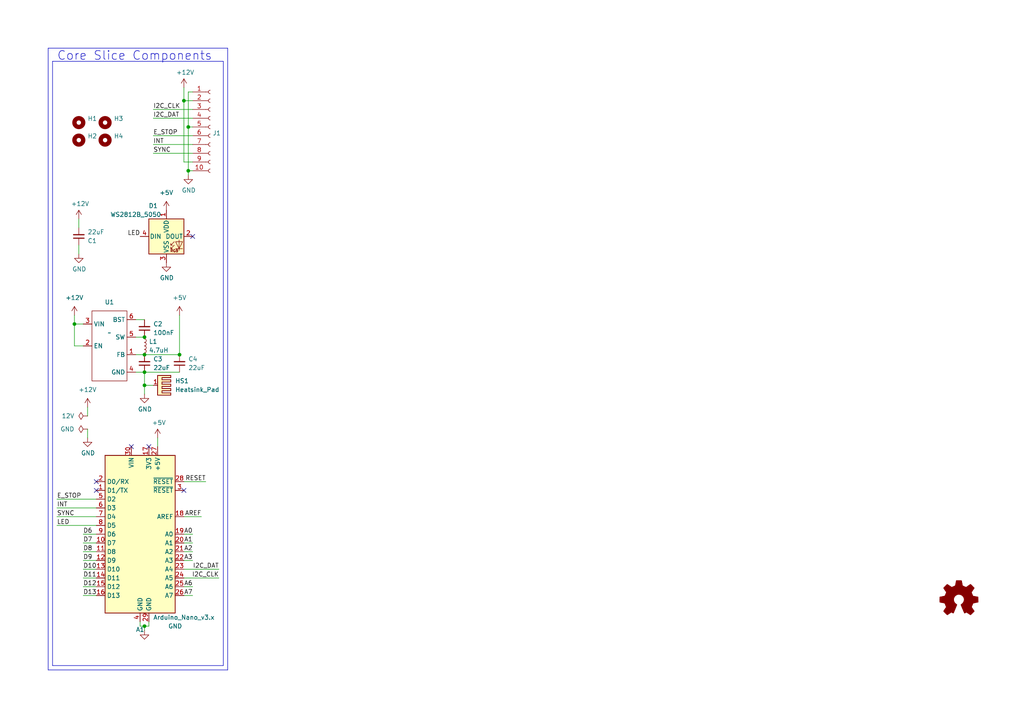
<source format=kicad_sch>
(kicad_sch (version 20231120) (generator "eeschema") (generator_version "8.0")
  (paper "A4")
  (lib_symbols
    (symbol "Connector:Conn_01x10_Female" (pin_names (offset 1.016) hide)
      (property "Reference" "J" (at 0 12.7 0))
      (property "Value" "Conn_01x10_Female" (at 0 -15.24 0))
      (symbol "Conn_01x10_Female_1_1"
        (arc (start 0 -12.192) (mid -0.5058 -12.7) (end 0 -13.208) (stroke (width 0.1524)))
        (arc (start 0 -9.652) (mid -0.5058 -10.16) (end 0 -10.668) (stroke (width 0.1524)))
        (arc (start 0 -7.112) (mid -0.5058 -7.62) (end 0 -8.128) (stroke (width 0.1524)))
        (arc (start 0 -4.572) (mid -0.5058 -5.08) (end 0 -5.588) (stroke (width 0.1524)))
        (arc (start 0 -2.032) (mid -0.5058 -2.54) (end 0 -3.048) (stroke (width 0.1524)))
        (polyline (pts (xy -1.27 -12.7) (xy -0.508 -12.7)) (stroke (width 0.1524)))
        (polyline (pts (xy -1.27 -10.16) (xy -0.508 -10.16)) (stroke (width 0.1524)))
        (polyline (pts (xy -1.27 -7.62) (xy -0.508 -7.62)) (stroke (width 0.1524)))
        (polyline (pts (xy -1.27 -5.08) (xy -0.508 -5.08)) (stroke (width 0.1524)))
        (polyline (pts (xy -1.27 -2.54) (xy -0.508 -2.54)) (stroke (width 0.1524)))
        (polyline (pts (xy -1.27 0) (xy -0.508 0)) (stroke (width 0.1524)))
        (polyline (pts (xy -1.27 2.54) (xy -0.508 2.54)) (stroke (width 0.1524)))
        (polyline (pts (xy -1.27 5.08) (xy -0.508 5.08)) (stroke (width 0.1524)))
        (polyline (pts (xy -1.27 7.62) (xy -0.508 7.62)) (stroke (width 0.1524)))
        (polyline (pts (xy -1.27 10.16) (xy -0.508 10.16)) (stroke (width 0.1524)))
        (arc (start 0 0.508) (mid -0.5058 0) (end 0 -0.508) (stroke (width 0.1524)))
        (arc (start 0 3.048) (mid -0.5058 2.54) (end 0 2.032) (stroke (width 0.1524)))
        (arc (start 0 5.588) (mid -0.5058 5.08) (end 0 4.572) (stroke (width 0.1524)))
        (arc (start 0 8.128) (mid -0.5058 7.62) (end 0 7.112) (stroke (width 0.1524)))
        (arc (start 0 10.668) (mid -0.5058 10.16) (end 0 9.652) (stroke (width 0.1524)))
        (pin passive line (at -5.08 10.16 0) (length 3.81) (name "Pin_1") (number "1"))
        (pin passive line (at -5.08 -12.7 0) (length 3.81) (name "Pin_10") (number "10"))
        (pin passive line (at -5.08 7.62 0) (length 3.81) (name "Pin_2") (number "2"))
        (pin passive line (at -5.08 5.08 0) (length 3.81) (name "Pin_3") (number "3"))
        (pin passive line (at -5.08 2.54 0) (length 3.81) (name "Pin_4") (number "4"))
        (pin passive line (at -5.08 0 0) (length 3.81) (name "Pin_5") (number "5"))
        (pin passive line (at -5.08 -2.54 0) (length 3.81) (name "Pin_6") (number "6"))
        (pin passive line (at -5.08 -5.08 0) (length 3.81) (name "Pin_7") (number "7"))
        (pin passive line (at -5.08 -7.62 0) (length 3.81) (name "Pin_8") (number "8"))
        (pin passive line (at -5.08 -10.16 0) (length 3.81) (name "Pin_9") (number "9"))
      )
    )
    (symbol "Device:C_Small" (pin_numbers hide) (pin_names (offset 0.254) hide)
      (property "Reference" "C" (at 0.254 1.778 0))
      (property "Value" "C_Small" (at 0.254 -2.032 0))
      (symbol "C_Small_0_1"
        (polyline (pts (xy -1.524 -0.508) (xy 1.524 -0.508)) (stroke (width 0.3302)))
        (polyline (pts (xy -1.524 0.508) (xy 1.524 0.508)) (stroke (width 0.3048)))
      )
      (symbol "C_Small_1_1"
        (pin passive line (at 0 2.54 270) (length 2.032) (name "~") (number "1"))
        (pin passive line (at 0 -2.54 90) (length 2.032) (name "~") (number "2"))
      )
    )
    (symbol "Device:L_Small" (pin_numbers hide) (pin_names (offset 0.254) hide)
      (property "Reference" "L" (at 0.762 1.016 0))
      (property "Value" "L_Small" (at 0.762 -1.016 0))
      (symbol "L_Small_0_1"
        (arc (start 0 -2.032) (mid 0.5058 -1.524) (end 0 -1.016))
        (arc (start 0 -1.016) (mid 0.5058 -0.508) (end 0 0))
        (arc (start 0 0) (mid 0.5058 0.508) (end 0 1.016))
        (arc (start 0 1.016) (mid 0.5058 1.524) (end 0 2.032))
      )
      (symbol "L_Small_1_1"
        (pin passive line (at 0 2.54 270) (length 0.508) (name "~") (number "1"))
        (pin passive line (at 0 -2.54 90) (length 0.508) (name "~") (number "2"))
      )
    )
    (symbol "Graphic:Logo_Open_Hardware_Small" (in_bom no) (on_board no)
      (symbol "Logo_Open_Hardware_Small_0_1"
        (polyline (pts (xy 3.3528 -4.3434) (xy 3.302 -4.318) (xy 3.175 -4.2418) (xy 2.9972 -4.1148) (xy 2.7686 -3.9624) (xy 2.54 -3.81) (xy 2.3622 -3.7084) (xy 2.2352 -3.6068) (xy 2.1844 -3.5814) (xy 2.159 -3.6068) (xy 2.0574 -3.6576) (xy 1.905 -3.7338) (xy 1.8034 -3.7846) (xy 1.6764 -3.8354) (xy 1.6002 -3.8354) (xy 1.6002 -3.8354) (xy 1.5494 -3.7338) (xy 1.4732 -3.5306) (xy 1.3462 -3.302) (xy 1.2446 -3.0226) (xy 1.1176 -2.7178) (xy 0.9652 -2.413) (xy 0.8636 -2.1082) (xy 0.7366 -1.8288) (xy 0.6604 -1.6256) (xy 0.6096 -1.4732) (xy 0.5842 -1.397) (xy 0.5842 -1.397) (xy 0.6604 -1.3208) (xy 0.7874 -1.2446) (xy 1.0414 -1.016) (xy 1.2954 -0.6858) (xy 1.4478 -0.3302) (xy 1.524 0.0762) (xy 1.4732 0.4572) (xy 1.3208 0.8128) (xy 1.0668 1.143) (xy 0.762 1.3716) (xy 0.4064 1.524) (xy 0 1.5748) (xy -0.381 1.5494) (xy -0.7366 1.397) (xy -1.0668 1.143) (xy -1.2192 0.9906) (xy -1.397 0.6604) (xy -1.524 0.3048) (xy -1.524 0.2286) (xy -1.4986 -0.1778) (xy -1.397 -0.5334) (xy -1.1938 -0.8636) (xy -0.9144 -1.143) (xy -0.8636 -1.1684) (xy -0.7366 -1.27) (xy -0.635 -1.3462) (xy -0.5842 -1.397) (xy -1.0668 -2.5908) (xy -1.143 -2.794) (xy -1.2954 -3.1242) (xy -1.397 -3.4036) (xy -1.4986 -3.6322) (xy -1.5748 -3.7846) (xy -1.6002 -3.8354) (xy -1.6002 -3.8354) (xy -1.651 -3.8354) (xy -1.7272 -3.81) (xy -1.905 -3.7338) (xy -2.0066 -3.683) (xy -2.1336 -3.6068) (xy -2.2098 -3.5814) (xy -2.2606 -3.6068) (xy -2.3622 -3.683) (xy -2.54 -3.81) (xy -2.7686 -3.9624) (xy -2.9718 -4.0894) (xy -3.1496 -4.2164) (xy -3.302 -4.318) (xy -3.3528 -4.3434) (xy -3.3782 -4.3434) (xy -3.429 -4.318) (xy -3.5306 -4.2164) (xy -3.7084 -4.064) (xy -3.937 -3.8354) (xy -3.9624 -3.81) (xy -4.1656 -3.6068) (xy -4.318 -3.4544) (xy -4.4196 -3.3274) (xy -4.445 -3.2766) (xy -4.445 -3.2766) (xy -4.4196 -3.2258) (xy -4.318 -3.0734) (xy -4.2164 -2.8956) (xy -4.064 -2.667) (xy -3.6576 -2.0828) (xy -3.8862 -1.5494) (xy -3.937 -1.3716) (xy -4.0386 -1.1684) (xy -4.0894 -1.0414) (xy -4.1148 -0.9652) (xy -4.191 -0.9398) (xy -4.318 -0.9144) (xy -4.5466 -0.8636) (xy -4.8006 -0.8128) (xy -5.0546 -0.7874) (xy -5.2578 -0.7366) (xy -5.4356 -0.7112) (xy -5.5118 -0.6858) (xy -5.5118 -0.6858) (xy -5.5372 -0.635) (xy -5.5372 -0.5588) (xy -5.5372 -0.4318) (xy -5.5626 -0.2286) (xy -5.5626 0.0762) (xy -5.5626 0.127) (xy -5.5372 0.4064) (xy -5.5372 0.635) (xy -5.5372 0.762) (xy -5.5372 0.8382) (xy -5.5372 0.8382) (xy -5.461 0.8382) (xy -5.3086 0.889) (xy -5.08 0.9144) (xy -4.826 0.9652) (xy -4.8006 0.9906) (xy -4.5466 1.0414) (xy -4.318 1.0668) (xy -4.1656 1.1176) (xy -4.0894 1.143) (xy -4.0894 1.143) (xy -4.0386 1.2446) (xy -3.9624 1.4224) (xy -3.8608 1.6256) (xy -3.7846 1.8288) (xy -3.7084 2.0066) (xy -3.6576 2.159) (xy -3.6322 2.2098) (xy -3.6322 2.2098) (xy -3.683 2.286) (xy -3.7592 2.413) (xy -3.8862 2.5908) (xy -4.064 2.8194) (xy -4.064 2.8448) (xy -4.2164 3.0734) (xy -4.3434 3.2512) (xy -4.4196 3.3782) (xy -4.445 3.4544) (xy -4.445 3.4544) (xy -4.3942 3.5052) (xy -4.2926 3.6322) (xy -4.1148 3.81) (xy -3.937 4.0132) (xy -3.8608 4.064) (xy -3.6576 4.2926) (xy -3.5052 4.4196) (xy -3.4036 4.4958) (xy -3.3528 4.5212) (xy -3.3528 4.5212) (xy -3.302 4.4704) (xy -3.1496 4.3688) (xy -2.9718 4.2418) (xy -2.7432 4.0894) (xy -2.7178 4.0894) (xy -2.4892 3.937) (xy -2.3114 3.81) (xy -2.1844 3.7084) (xy -2.1336 3.683) (xy -2.1082 3.683) (xy -2.032 3.7084) (xy -1.8542 3.7592) (xy -1.6764 3.8354) (xy -1.4732 3.937) (xy -1.27 4.0132) (xy -1.143 4.064) (xy -1.0668 4.1148) (xy -1.0668 4.1148) (xy -1.0414 4.191) (xy -1.016 4.3434) (xy -0.9652 4.572) (xy -0.9144 4.8514) (xy -0.889 4.9022) (xy -0.8382 5.1562) (xy -0.8128 5.3848) (xy -0.7874 5.5372) (xy -0.762 5.588) (xy -0.7112 5.6134) (xy -0.5842 5.6134) (xy -0.4064 5.6134) (xy -0.1524 5.6134) (xy 0.0762 5.6134) (xy 0.3302 5.6134) (xy 0.5334 5.6134) (xy 0.6858 5.588) (xy 0.7366 5.588) (xy 0.7366 5.588) (xy 0.762 5.5118) (xy 0.8128 5.334) (xy 0.8382 5.1054) (xy 0.9144 4.826) (xy 0.9144 4.7752) (xy 0.9652 4.5212) (xy 1.016 4.2926) (xy 1.0414 4.1402) (xy 1.0668 4.0894) (xy 1.0668 4.0894) (xy 1.1938 4.0386) (xy 1.3716 3.9624) (xy 1.5748 3.8608) (xy 2.0828 3.6576) (xy 2.7178 4.0894) (xy 2.7686 4.1402) (xy 2.9972 4.2926) (xy 3.175 4.4196) (xy 3.302 4.4958) (xy 3.3782 4.5212) (xy 3.3782 4.5212) (xy 3.429 4.4704) (xy 3.556 4.3434) (xy 3.7338 4.191) (xy 3.9116 3.9878) (xy 4.064 3.8354) (xy 4.2418 3.6576) (xy 4.3434 3.556) (xy 4.4196 3.4798) (xy 4.4196 3.429) (xy 4.4196 3.4036) (xy 4.3942 3.3274) (xy 4.2926 3.2004) (xy 4.1656 2.9972) (xy 4.0132 2.794) (xy 3.8862 2.5908) (xy 3.7592 2.3876) (xy 3.6576 2.2352) (xy 3.6322 2.159) (xy 3.6322 2.1336) (xy 3.683 2.0066) (xy 3.7592 1.8288) (xy 3.8608 1.6002) (xy 4.064 1.1176) (xy 4.3942 1.0414) (xy 4.5974 1.016) (xy 4.8768 0.9652) (xy 5.1308 0.9144) (xy 5.5372 0.8382) (xy 5.5626 -0.6604) (xy 5.4864 -0.6858) (xy 5.4356 -0.6858) (xy 5.2832 -0.7366) (xy 5.0546 -0.762) (xy 4.8006 -0.8128) (xy 4.5974 -0.8636) (xy 4.3688 -0.9144) (xy 4.2164 -0.9398) (xy 4.1402 -0.9398) (xy 4.1148 -0.9652) (xy 4.064 -1.0668) (xy 3.9878 -1.2446) (xy 3.9116 -1.4478) (xy 3.81 -1.651) (xy 3.7338 -1.8542) (xy 3.683 -2.0066) (xy 3.6576 -2.0828) (xy 3.683 -2.1336) (xy 3.7846 -2.2606) (xy 3.8862 -2.4638) (xy 4.0386 -2.667) (xy 4.191 -2.8956) (xy 4.318 -3.0734) (xy 4.3942 -3.2004) (xy 4.445 -3.2766) (xy 4.4196 -3.3274) (xy 4.3434 -3.429) (xy 4.1656 -3.5814) (xy 3.937 -3.8354) (xy 3.8862 -3.8608) (xy 3.683 -4.064) (xy 3.5306 -4.2164) (xy 3.4036 -4.318) (xy 3.3528 -4.3434)) (fill (type outline)))
      )
    )
    (symbol "MCU_Module:Arduino_Nano_v3.x"
      (property "Reference" "A" (at -10.16 23.495 0))
      (property "Value" "Arduino_Nano_v3.x" (at 5.08 -24.13 0))
      (symbol "Arduino_Nano_v3.x_0_1"
        (rectangle (start -10.16 22.86) (end 10.16 -22.86) (stroke (width 0.254)) (fill (type background)))
      )
      (symbol "Arduino_Nano_v3.x_1_1"
        (pin bidirectional line (at -12.7 12.7 0) (length 2.54) (name "D1/TX") (number "1"))
        (pin bidirectional line (at -12.7 -2.54 0) (length 2.54) (name "D7") (number "10"))
        (pin bidirectional line (at -12.7 -5.08 0) (length 2.54) (name "D8") (number "11"))
        (pin bidirectional line (at -12.7 -7.62 0) (length 2.54) (name "D9") (number "12"))
        (pin bidirectional line (at -12.7 -10.16 0) (length 2.54) (name "D10") (number "13"))
        (pin bidirectional line (at -12.7 -12.7 0) (length 2.54) (name "D11") (number "14"))
        (pin bidirectional line (at -12.7 -15.24 0) (length 2.54) (name "D12") (number "15"))
        (pin bidirectional line (at -12.7 -17.78 0) (length 2.54) (name "D13") (number "16"))
        (pin power_out line (at 2.54 25.4 270) (length 2.54) (name "3V3") (number "17"))
        (pin input line (at 12.7 5.08 180) (length 2.54) (name "AREF") (number "18"))
        (pin bidirectional line (at 12.7 0 180) (length 2.54) (name "A0") (number "19"))
        (pin bidirectional line (at -12.7 15.24 0) (length 2.54) (name "D0/RX") (number "2"))
        (pin bidirectional line (at 12.7 -2.54 180) (length 2.54) (name "A1") (number "20"))
        (pin bidirectional line (at 12.7 -5.08 180) (length 2.54) (name "A2") (number "21"))
        (pin bidirectional line (at 12.7 -7.62 180) (length 2.54) (name "A3") (number "22"))
        (pin bidirectional line (at 12.7 -10.16 180) (length 2.54) (name "A4") (number "23"))
        (pin bidirectional line (at 12.7 -12.7 180) (length 2.54) (name "A5") (number "24"))
        (pin bidirectional line (at 12.7 -15.24 180) (length 2.54) (name "A6") (number "25"))
        (pin bidirectional line (at 12.7 -17.78 180) (length 2.54) (name "A7") (number "26"))
        (pin power_out line (at 5.08 25.4 270) (length 2.54) (name "+5V") (number "27"))
        (pin input line (at 12.7 15.24 180) (length 2.54) (name "~{RESET}") (number "28"))
        (pin power_in line (at 2.54 -25.4 90) (length 2.54) (name "GND") (number "29"))
        (pin input line (at 12.7 12.7 180) (length 2.54) (name "~{RESET}") (number "3"))
        (pin power_in line (at -2.54 25.4 270) (length 2.54) (name "VIN") (number "30"))
        (pin power_in line (at 0 -25.4 90) (length 2.54) (name "GND") (number "4"))
        (pin bidirectional line (at -12.7 10.16 0) (length 2.54) (name "D2") (number "5"))
        (pin bidirectional line (at -12.7 7.62 0) (length 2.54) (name "D3") (number "6"))
        (pin bidirectional line (at -12.7 5.08 0) (length 2.54) (name "D4") (number "7"))
        (pin bidirectional line (at -12.7 2.54 0) (length 2.54) (name "D5") (number "8"))
        (pin bidirectional line (at -12.7 0 0) (length 2.54) (name "D6") (number "9"))
      )
    )
    (symbol "Mechanical:Heatsink_Pad" (pin_names (offset 0))
      (property "Reference" "HS" (at 0 5.715 0))
      (property "Value" "Heatsink_Pad" (at 0 3.81 0))
      (symbol "Heatsink_Pad_0_1"
        (polyline (pts (xy -0.3302 0) (xy -0.9652 0) (xy -0.9652 2.54) (xy -1.6002 2.54) (xy -1.6002 0) (xy -2.2352 0) (xy -2.2352 2.54) (xy -2.8702 2.54) (xy -2.8702 -1.27) (xy -0.9652 -1.27)) (stroke (width 0.254)) (fill (type background)))
        (polyline (pts (xy -0.3302 0) (xy -0.3302 2.54) (xy 0.3048 2.54) (xy 0.3048 0) (xy 0.9398 0) (xy 0.9398 2.54) (xy 1.5748 2.54) (xy 1.5748 0) (xy 2.2098 0) (xy 2.2098 2.54) (xy 2.8448 2.54) (xy 2.8448 -1.27) (xy -0.9652 -1.27)) (stroke (width 0.254)) (fill (type background)))
      )
      (symbol "Heatsink_Pad_1_1"
        (pin passive line (at 0 -2.54 90) (length 1.27) (name "~") (number "1"))
      )
    )
    (symbol "Mechanical:MountingHole" (pin_names (offset 1.016))
      (property "Reference" "H" (at 0 5.08 0))
      (property "Value" "MountingHole" (at 0 3.175 0))
      (symbol "MountingHole_0_1"
        (circle (center 0 0) (radius 1.27) (stroke (width 1.27)))
      )
    )
    (symbol "SparkFun-DiscreteSemi:AP63205"
      (property "Reference" "U" (at 0 7.62 0))
      (symbol "AP63205_0_1"
        (rectangle (start -5.08 6.35) (end 5.08 -13.97))
      )
      (symbol "AP63205_1_1"
        (pin input line (at 7.62 -6.35 180) (length 2.54) (name "FB") (number "1"))
        (pin input line (at -7.62 -3.81 0) (length 2.54) (name "EN") (number "2"))
        (pin input line (at -7.62 2.54 0) (length 2.54) (name "VIN") (number "3"))
        (pin input line (at 7.62 -11.43 180) (length 2.54) (name "GND") (number "4"))
        (pin input line (at 7.62 -1.27 180) (length 2.54) (name "SW") (number "5"))
        (pin input line (at 7.62 3.81 180) (length 2.54) (name "BST") (number "6"))
      )
    )
    (symbol "SparkFun-LED:WS2812B_5050" (pin_names (offset 0.254))
      (property "Reference" "D" (at 5.08 5.715 0))
      (property "Value" "WS2812B_5050" (at 1.27 -5.715 0))
      (symbol "WS2812B_5050_0_0"
        (text "RGB" (at 2.286 -4.191 0) (effects (font (size 0.762 0.762))))
      )
      (symbol "WS2812B_5050_0_1"
        (polyline (pts (xy 1.27 -3.556) (xy 1.778 -3.556)))
        (polyline (pts (xy 1.27 -2.54) (xy 1.778 -2.54)))
        (polyline (pts (xy 4.699 -3.556) (xy 2.667 -3.556)))
        (polyline (pts (xy 2.286 -2.54) (xy 1.27 -3.556) (xy 1.27 -3.048)))
        (polyline (pts (xy 2.286 -1.524) (xy 1.27 -2.54) (xy 1.27 -2.032)))
        (polyline (pts (xy 3.683 -1.016) (xy 3.683 -3.556) (xy 3.683 -4.064)))
        (polyline (pts (xy 4.699 -1.524) (xy 2.667 -1.524) (xy 3.683 -3.556) (xy 4.699 -1.524)))
        (rectangle (start 5.08 5.08) (end -5.08 -5.08) (stroke (width 0.254)) (fill (type background)))
      )
      (symbol "WS2812B_5050_1_1"
        (pin power_in line (at 0 7.62 270) (length 2.54) (name "VDD") (number "1"))
        (pin output line (at 7.62 0 180) (length 2.54) (name "DOUT") (number "2"))
        (pin power_in line (at 0 -7.62 90) (length 2.54) (name "VSS") (number "3"))
        (pin input line (at -7.62 0 0) (length 2.54) (name "DIN") (number "4"))
      )
    )
    (symbol "power:+12V" (power) (pin_names (offset 0))
      (property "Value" "+12V" (at 0 3.556 0))
      (symbol "+12V_0_1"
        (polyline (pts (xy -0.762 1.27) (xy 0 2.54)))
        (polyline (pts (xy 0 0) (xy 0 2.54)))
        (polyline (pts (xy 0 2.54) (xy 0.762 1.27)))
      )
      (symbol "+12V_1_1"
        (pin power_in line (at 0 0 90) (length 0) hide (name "+12V") (number "1"))
      )
    )
    (symbol "power:+5V" (power) (pin_names (offset 0))
      (property "Value" "+5V" (at 0 3.556 0))
      (symbol "+5V_0_1"
        (polyline (pts (xy -0.762 1.27) (xy 0 2.54)))
        (polyline (pts (xy 0 0) (xy 0 2.54)))
        (polyline (pts (xy 0 2.54) (xy 0.762 1.27)))
      )
      (symbol "+5V_1_1"
        (pin power_in line (at 0 0 90) (length 0) hide (name "+5V") (number "1"))
      )
    )
    (symbol "power:GND" (power) (pin_names (offset 0))
      (property "Value" "GND" (at 0 -3.81 0))
      (symbol "GND_0_1"
        (polyline (pts (xy 0 0) (xy 0 -1.27) (xy 1.27 -1.27) (xy 0 -2.54) (xy -1.27 -1.27) (xy 0 -1.27)))
      )
      (symbol "GND_1_1"
        (pin power_in line (at 0 0 270) (length 0) hide (name "GND") (number "1"))
      )
    )
    (symbol "power:PWR_FLAG" (power) (pin_numbers hide) (pin_names (offset 0) hide)
      (property "Value" "PWR_FLAG" (at 0 3.81 0))
      (symbol "PWR_FLAG_0_0"
        (pin power_out line (at 0 0 90) (length 0) (name "~") (number "1"))
      )
      (symbol "PWR_FLAG_0_1"
        (polyline (pts (xy 0 0) (xy 0 1.27) (xy -1.016 1.905) (xy 0 2.54) (xy 1.016 1.905) (xy 0 1.27)))
      )
    )
  )
  (junction (at 54.61 49.53))
  (junction (at 41.91 107.95))
  (junction (at 41.91 111.76))
  (junction (at 41.91 102.87))
  (junction (at 53.34 29.21))
  (junction (at 41.91 181.61))
  (junction (at 54.61 36.83))
  (junction (at 52.07 102.87))
  (junction (at 41.91 97.79))
  (junction (at 21.59 93.98))
  (no_connect (at 27.94 142.24))
  (no_connect (at 27.94 139.7))
  (no_connect (at 38.1 129.54))
  (no_connect (at 43.18 129.54))
  (no_connect (at 53.34 142.24))
  (no_connect (at 55.88 68.58))
  (polyline (pts (xy 66.04 194.31) (xy 66.04 13.97)))
  (wire (pts (xy 43.18 181.61) (xy 43.18 180.34)))
  (polyline (pts (xy 66.04 13.97) (xy 13.97 13.97)))
  (wire (pts (xy 22.86 71.12) (xy 22.86 73.66)))
  (wire (pts (xy 41.91 181.61) (xy 43.18 181.61)))
  (wire (pts (xy 21.59 100.33) (xy 21.59 93.98)))
  (wire (pts (xy 44.45 41.91) (xy 55.88 41.91)))
  (wire (pts (xy 53.34 162.56) (xy 55.88 162.56)))
  (wire (pts (xy 44.45 31.75) (xy 55.88 31.75)))
  (polyline (pts (xy 13.97 13.97) (xy 13.97 194.31)))
  (wire (pts (xy 53.34 29.21) (xy 55.88 29.21)))
  (wire (pts (xy 53.34 170.18) (xy 55.88 170.18)))
  (wire (pts (xy 59.69 139.7) (xy 53.34 139.7)))
  (wire (pts (xy 39.37 92.71) (xy 41.91 92.71)))
  (wire (pts (xy 24.13 162.56) (xy 27.94 162.56)))
  (polyline (pts (xy 13.97 194.31) (xy 66.04 194.31)))
  (wire (pts (xy 53.34 25.4) (xy 53.34 29.21)))
  (wire (pts (xy 44.45 34.29) (xy 55.88 34.29)))
  (wire (pts (xy 54.61 49.53) (xy 54.61 36.83)))
  (wire (pts (xy 55.88 39.37) (xy 44.45 39.37)))
  (polyline (pts (xy 64.77 17.78) (xy 15.24 17.78)))
  (wire (pts (xy 24.13 172.72) (xy 27.94 172.72)))
  (wire (pts (xy 55.88 46.99) (xy 53.34 46.99)))
  (wire (pts (xy 44.45 44.45) (xy 55.88 44.45)))
  (wire (pts (xy 24.13 154.94) (xy 27.94 154.94)))
  (wire (pts (xy 53.34 160.02) (xy 55.88 160.02)))
  (wire (pts (xy 16.51 149.86) (xy 27.94 149.86)))
  (wire (pts (xy 39.37 97.79) (xy 41.91 97.79)))
  (wire (pts (xy 24.13 170.18) (xy 27.94 170.18)))
  (wire (pts (xy 52.07 102.87) (xy 52.07 91.44)))
  (wire (pts (xy 24.13 165.1) (xy 27.94 165.1)))
  (wire (pts (xy 45.72 127) (xy 45.72 129.54)))
  (wire (pts (xy 40.64 180.34) (xy 40.64 181.61)))
  (wire (pts (xy 39.37 107.95) (xy 41.91 107.95)))
  (wire (pts (xy 21.59 100.33) (xy 24.13 100.33)))
  (wire (pts (xy 41.91 107.95) (xy 52.07 107.95)))
  (wire (pts (xy 24.13 160.02) (xy 27.94 160.02)))
  (polyline (pts (xy 64.77 193.04) (xy 64.77 17.78)))
  (wire (pts (xy 25.4 118.11) (xy 25.4 120.65)))
  (wire (pts (xy 54.61 26.67) (xy 55.88 26.67)))
  (wire (pts (xy 22.86 63.5) (xy 22.86 66.04)))
  (wire (pts (xy 44.45 111.76) (xy 41.91 111.76)))
  (polyline (pts (xy 15.24 193.04) (xy 64.77 193.04)))
  (wire (pts (xy 55.88 36.83) (xy 54.61 36.83)))
  (wire (pts (xy 16.51 152.4) (xy 27.94 152.4)))
  (wire (pts (xy 40.64 181.61) (xy 41.91 181.61)))
  (wire (pts (xy 41.91 102.87) (xy 52.07 102.87)))
  (wire (pts (xy 41.91 181.61) (xy 41.91 182.88)))
  (wire (pts (xy 27.94 144.78) (xy 16.51 144.78)))
  (wire (pts (xy 53.34 154.94) (xy 55.88 154.94)))
  (wire (pts (xy 24.13 167.64) (xy 27.94 167.64)))
  (wire (pts (xy 53.34 46.99) (xy 53.34 29.21)))
  (wire (pts (xy 54.61 50.8) (xy 54.61 49.53)))
  (wire (pts (xy 16.51 147.32) (xy 27.94 147.32)))
  (wire (pts (xy 53.34 167.64) (xy 63.5 167.64)))
  (wire (pts (xy 24.13 157.48) (xy 27.94 157.48)))
  (wire (pts (xy 39.37 102.87) (xy 41.91 102.87)))
  (wire (pts (xy 54.61 36.83) (xy 54.61 26.67)))
  (wire (pts (xy 63.5 165.1) (xy 53.34 165.1)))
  (wire (pts (xy 53.34 172.72) (xy 55.88 172.72)))
  (wire (pts (xy 53.34 157.48) (xy 55.88 157.48)))
  (wire (pts (xy 25.4 124.46) (xy 25.4 127)))
  (wire (pts (xy 58.42 149.86) (xy 53.34 149.86)))
  (wire (pts (xy 55.88 49.53) (xy 54.61 49.53)))
  (wire (pts (xy 41.91 111.76) (xy 41.91 107.95)))
  (wire (pts (xy 21.59 93.98) (xy 24.13 93.98)))
  (wire (pts (xy 41.91 114.3) (xy 41.91 111.76)))
  (wire (pts (xy 21.59 91.44) (xy 21.59 93.98)))
  (polyline (pts (xy 15.24 17.78) (xy 15.24 193.04)))
  (text "Core Slice Components" (at 16.51 17.78 0) (effects (font (size 2.54 2.54)) (justify left bottom)))
  (label "LED" (at 40.64 68.58 180))
  (label "LED" (at 16.51 152.4 0))
  (label "AREF" (at 58.42 149.86 180))
  (label "A0" (at 55.88 154.94 180))
  (label "D7" (at 24.13 157.48 0))
  (label "I2C_CLK" (at 44.45 31.75 0))
  (label "I2C_DAT" (at 44.45 34.29 0))
  (label "D11" (at 24.13 167.64 0))
  (label "A6" (at 55.88 170.18 180))
  (label "E_STOP" (at 16.51 144.78 0))
  (label "E_STOP" (at 44.45 39.37 0))
  (label "D10" (at 24.13 165.1 0))
  (label "INT" (at 16.51 147.32 0))
  (label "D9" (at 24.13 162.56 0))
  (label "D13" (at 24.13 172.72 0))
  (label "D8" (at 24.13 160.02 0))
  (label "SYNC" (at 16.51 149.86 0))
  (label "A3" (at 55.88 162.56 180))
  (label "RESET" (at 59.69 139.7 180))
  (label "A1" (at 55.88 157.48 180))
  (label "D6" (at 24.13 154.94 0))
  (label "SYNC" (at 44.45 44.45 0))
  (label "I2C_DAT" (at 63.5 165.1 180))
  (label "D12" (at 24.13 170.18 0))
  (label "INT" (at 44.45 41.91 0))
  (label "A7" (at 55.88 172.72 180))
  (label "I2C_CLK" (at 63.5 167.64 180))
  (label "A2" (at 55.88 160.02 180))
  (symbol (lib_id "power:GND") (at 41.91 182.88 0) (unit 1)
    (property "Reference" "#PWR07" (effects (hide yes)))
    (property "Value" "GND" (at 50.8 181.61 0))
  )
  (symbol (lib_id "power:+5V") (at 45.72 127 0) (unit 1)
    (property "Reference" "#PWR08" (effects (hide yes)))
    (property "Value" "+5V" (at 46.101 122.6058 0))
  )
  (symbol (lib_id "power:GND") (at 22.86 73.66 0) (unit 1)
    (property "Reference" "#PWR03" (effects (hide yes)))
    (property "Value" "GND" (at 22.987 78.0542 0))
  )
  (symbol (lib_id "Mechanical:MountingHole") (at 22.86 35.56 0) (unit 1)
    (property "Reference" "H1" (at 25.4 34.3916 0) (effects (justify left)))
    (property "Value" "MountingHole" (effects (hide yes)))
    (property "Footprint" "MountingHole:MountingHole_5mm" (effects (hide yes)))
  )
  (symbol (lib_id "Mechanical:MountingHole") (at 22.86 40.64 0) (unit 1)
    (property "Reference" "H2" (at 25.4 39.4716 0) (effects (justify left)))
    (property "Value" "MountingHole" (effects (hide yes)))
    (property "Footprint" "MountingHole:MountingHole_5mm" (effects (hide yes)))
  )
  (symbol (lib_id "Mechanical:MountingHole") (at 30.48 35.56 0) (unit 1)
    (property "Reference" "H3" (at 33.02 34.3916 0) (effects (justify left)))
    (property "Value" "MountingHole" (effects (hide yes)))
    (property "Footprint" "MountingHole:MountingHole_5mm" (effects (hide yes)))
  )
  (symbol (lib_id "Mechanical:MountingHole") (at 30.48 40.64 0) (unit 1)
    (property "Reference" "H4" (at 33.02 39.4716 0) (effects (justify left)))
    (property "Value" "MountingHole" (effects (hide yes)))
    (property "Footprint" "MountingHole:MountingHole_5mm" (effects (hide yes)))
  )
  (symbol (lib_id "MCU_Module:Arduino_Nano_v3.x") (at 40.64 154.94 0) (unit 1)
    (property "Reference" "A1" (at 40.64 182.6006 0))
    (property "Value" "Arduino_Nano_v3.x" (at 53.34 179.07 0))
    (property "Footprint" "Module:Arduino_Nano" (effects (hide yes)))
    (property "Datasheet" "http://www.mouser.com/pdfdocs/Gravitech_Arduino_Nano3_0.pdf" (effects (hide yes)))
  )
  (symbol (lib_id "Graphic:Logo_Open_Hardware_Small") (at 278.13 173.99 0) (unit 1) (exclude_from_sim yes)
    (property "Reference" "#SYM1" (effects (hide yes)))
    (property "Value" "Logo_Open_Hardware_Small" (effects (hide yes)))
    (property "Footprint" "Symbol:OSHW-Symbol_6.7x6mm_SilkScreen" (effects (hide yes)))
  )
  (symbol (lib_id "Connector:Conn_01x10_Female") (at 60.96 36.83 0) (unit 1)
    (property "Reference" "J1" (at 61.6712 38.608 0) (effects (justify left)))
    (property "Value" "Conn_01x10_Female" (effects (hide yes)))
    (property "Footprint" "Connector_PinSocket_2.54mm:PinSocket_1x10_P2.54mm_Horizontal" (effects (hide yes)))
  )
  (symbol (lib_id "power:+12V") (at 53.34 25.4 0) (unit 1)
    (property "Reference" "#PWR012" (effects (hide yes)))
    (property "Value" "+12V" (at 53.721 21.0058 0))
  )
  (symbol (lib_id "power:GND") (at 54.61 50.8 0) (unit 1)
    (property "Reference" "#PWR013" (effects (hide yes)))
    (property "Value" "GND" (at 54.737 55.1942 0))
  )
  (symbol (lib_id "power:+12V") (at 22.86 63.5 0) (unit 1)
    (property "Reference" "#PWR02" (effects (hide yes)))
    (property "Value" "+12V" (at 23.241 59.1058 0))
  )
  (symbol (lib_id "power:GND") (at 25.4 127 0) (unit 1)
    (property "Reference" "#PWR05" (effects (hide yes)))
    (property "Value" "GND" (at 25.527 131.3942 0))
  )
  (symbol (lib_id "power:PWR_FLAG") (at 25.4 124.46 90) (unit 1)
    (property "Reference" "#FLG02" (effects (hide yes)))
    (property "Value" "GND" (at 21.59 124.4599 90) (effects (justify left)))
    (property "Description" "Special symbol for telling ERC where power comes from" (effects (hide yes)))
  )
  (symbol (lib_id "Device:C_Small") (at 41.91 95.25 180) (unit 1)
    (property "Reference" "C2" (at 44.45 93.9736 0) (effects (justify right)))
    (property "Value" "100nF" (at 44.45 96.5136 0) (effects (justify right)))
    (property "Footprint" "Capacitor_SMD:C_1206_3216Metric" (effects (hide yes)))
  )
  (symbol (lib_id "power:+12V") (at 21.59 91.44 0) (unit 1)
    (property "Reference" "#PWR01" (effects (hide yes)))
    (property "Value" "+12V" (at 21.59 86.36 0))
  )
  (symbol (lib_id "power:PWR_FLAG") (at 25.4 120.65 90) (unit 1)
    (property "Reference" "#FLG01" (effects (hide yes)))
    (property "Value" "12V" (at 21.59 120.6499 90) (effects (justify left)))
    (property "Description" "Special symbol for telling ERC where power comes from" (effects (hide yes)))
  )
  (symbol (lib_id "Device:C_Small") (at 41.91 105.41 180) (unit 1)
    (property "Reference" "C3" (at 44.45 104.1336 0) (effects (justify right)))
    (property "Value" "22uF" (at 44.45 106.6736 0) (effects (justify right)))
    (property "Footprint" "Capacitor_SMD:C_1206_3216Metric" (effects (hide yes)))
  )
  (symbol (lib_id "SparkFun-DiscreteSemi:AP63205") (at 31.75 96.52 0) (unit 1)
    (property "Reference" "U1" (at 31.75 87.63 0))
    (property "Value" "~" (at 31.75 96.52 0))
    (property "Footprint" "Package_TO_SOT_SMD:TSOT-23-6" (effects (hide yes)))
  )
  (symbol (lib_id "power:+12V") (at 25.4 118.11 0) (unit 1)
    (property "Reference" "#PWR04" (effects (hide yes)))
    (property "Value" "+12V" (at 25.4 113.03 0))
  )
  (symbol (lib_id "power:GND") (at 41.91 114.3 0) (unit 1)
    (property "Reference" "#PWR06" (effects (hide yes)))
    (property "Value" "GND" (at 42.037 118.6942 0))
  )
  (symbol (lib_id "Mechanical:Heatsink_Pad") (at 46.99 111.76 270) (unit 1)
    (property "Reference" "HS1" (at 50.8 110.4773 90) (effects (justify left)))
    (property "Value" "Heatsink_Pad" (at 50.8 113.0173 90) (effects (justify left)))
    (property "Footprint" "KML-Custom:Thermal Pad" (effects (hide yes)))
  )
  (symbol (lib_id "Device:L_Small") (at 41.91 100.33 0) (unit 1)
    (property "Reference" "L1" (at 43.18 99.06 0) (effects (justify left)))
    (property "Value" "4.7uH" (at 43.18 101.6 0) (effects (justify left)))
    (property "Footprint" "Inductor_SMD:L_1210_3225Metric" (effects (hide yes)))
  )
  (symbol (lib_id "power:GND") (at 48.26 76.2 0) (unit 1)
    (property "Reference" "#PWR010" (effects (hide yes)))
    (property "Value" "GND" (at 48.387 80.5942 0))
  )
  (symbol (lib_id "power:+5V") (at 52.07 91.44 0) (unit 1)
    (property "Reference" "#PWR011" (effects (hide yes)))
    (property "Value" "+5V" (at 52.07 86.36 0))
  )
  (symbol (lib_id "Device:C_Small") (at 52.07 105.41 180) (unit 1)
    (property "Reference" "C4" (at 54.61 104.1336 0) (effects (justify right)))
    (property "Value" "22uF" (at 54.61 106.6736 0) (effects (justify right)))
    (property "Footprint" "Capacitor_SMD:C_1206_3216Metric" (effects (hide yes)))
  )
  (symbol (lib_id "power:+5V") (at 48.26 60.96 0) (unit 1)
    (property "Reference" "#PWR09" (effects (hide yes)))
    (property "Value" "+5V" (at 48.26 55.88 0))
  )
  (symbol (lib_id "SparkFun-LED:WS2812B_5050") (at 48.26 68.58 0) (unit 1)
    (property "Reference" "D1" (at 44.45 59.69 0))
    (property "Value" "WS2812B_5050" (at 39.37 62.23 0))
    (property "Footprint" "SparkFun-LED:WS2812-5050-4PIN" (effects (hide yes)))
    (property "Datasheet" "https://cdn.sparkfun.com/datasheets/BreakoutBoards/WS2812B.pdf" (effects (hide yes)))
  )
  (symbol (lib_id "Device:C_Small") (at 22.86 68.58 0) (mirror x) (unit 1)
    (property "Reference" "C1" (at 25.4 69.8437 0) (effects (justify left)))
    (property "Value" "22uF" (at 25.4 67.3037 0) (effects (justify left)))
    (property "Footprint" "Capacitor_SMD:C_1206_3216Metric" (effects (hide yes)))
  )
)
</source>
